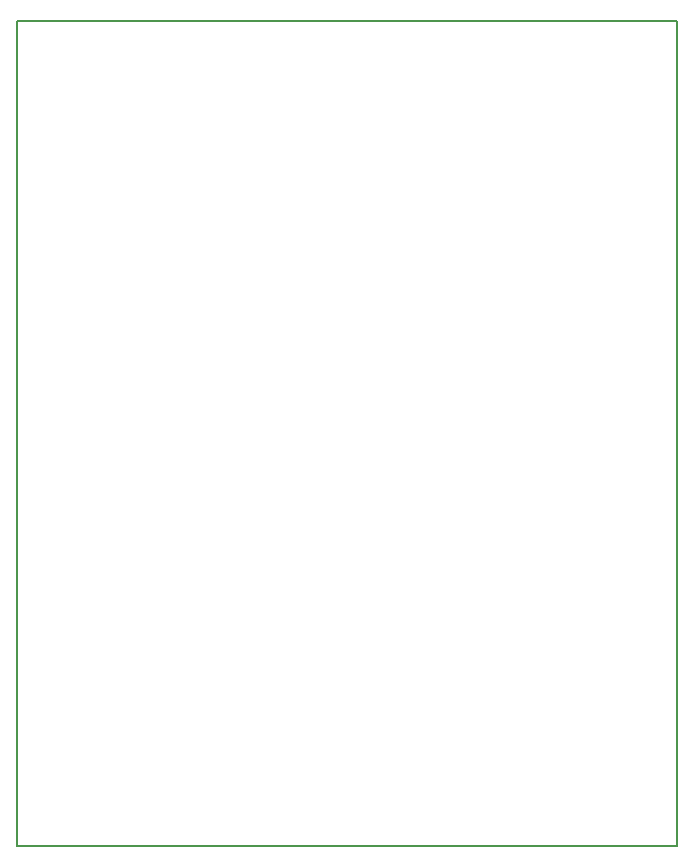
<source format=gbr>
%TF.GenerationSoftware,KiCad,Pcbnew,5.0.2-bee76a0~70~ubuntu18.04.1*%
%TF.CreationDate,2019-03-13T14:27:35-04:00*%
%TF.ProjectId,arduino-ir-relay,61726475-696e-46f2-9d69-722d72656c61,rev?*%
%TF.SameCoordinates,Original*%
%TF.FileFunction,Profile,NP*%
%FSLAX46Y46*%
G04 Gerber Fmt 4.6, Leading zero omitted, Abs format (unit mm)*
G04 Created by KiCad (PCBNEW 5.0.2-bee76a0~70~ubuntu18.04.1) date Wed 13 Mar 2019 02:27:35 PM EDT*
%MOMM*%
%LPD*%
G01*
G04 APERTURE LIST*
%ADD10C,0.150000*%
G04 APERTURE END LIST*
D10*
X64770000Y-50800000D02*
X63500000Y-50800000D01*
X119380000Y-50800000D02*
X64770000Y-50800000D01*
X119380000Y-120650000D02*
X119380000Y-50800000D01*
X63500000Y-120650000D02*
X119380000Y-120650000D01*
X63500000Y-50800000D02*
X63500000Y-120650000D01*
M02*

</source>
